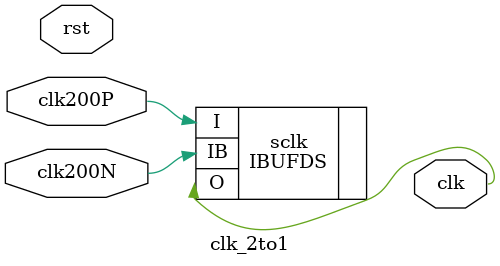
<source format=v>
`timescale 1ns / 1ps
module clk_2to1(input clk200P,clk200N,rst,output clk);
	IBUFDS sclk(.I(clk200P),
		.IB(clk200N),
		.O(clk));
endmodule


</source>
